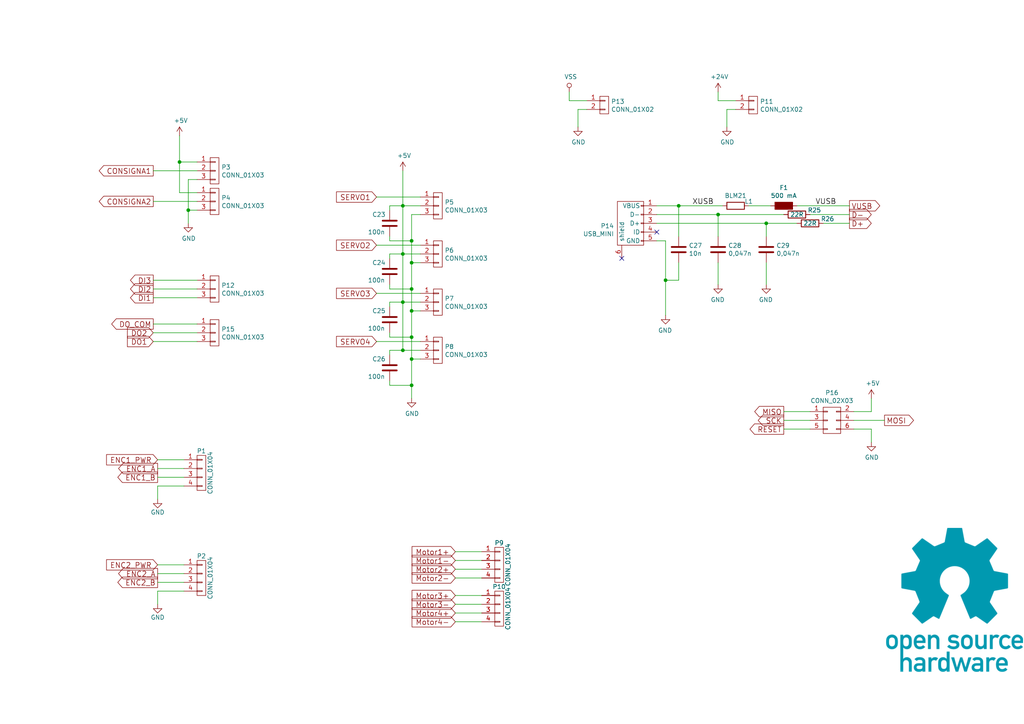
<source format=kicad_sch>
(kicad_sch (version 20231120) (generator "eeschema") (generator_version "8.0")
  (paper "A4")
  (title_block (title "Terminales de Entrada/Salida") (date "2016-08-18") (rev "V.0.1") (company "ATMEGA328-Motor-Board") (comment 2 "Creada por Antonio Morales") (comment 3 "Documentación en https://github.com/AntonioMR/ATMEGA328-Motor-Board") (comment 4 "ATMEGA328-Motor-Board"))
  (lib_symbols
    (symbol "ATMEGA328_Motor_Board-rescue:+24V" (power) (pin_names (offset 0))
      (property "Value" "+24V" (at 0 3.556 0))
      (symbol "+24V_0_1"
        (polyline (pts (xy -0.762 1.27) (xy 0 2.54)))
        (polyline (pts (xy 0 0) (xy 0 2.54)))
        (polyline (pts (xy 0 2.54) (xy 0.762 1.27)))
      )
      (symbol "+24V_1_1"
        (pin power_in line (at 0 0 90) (length 0) hide (name "+24V") (number "1"))
      )
    )
    (symbol "ATMEGA328_Motor_Board-rescue:+5V" (power) (pin_names (offset 0))
      (property "Value" "+5V" (at 0 3.556 0))
      (symbol "+5V_0_1"
        (polyline (pts (xy -0.762 1.27) (xy 0 2.54)))
        (polyline (pts (xy 0 0) (xy 0 2.54)))
        (polyline (pts (xy 0 2.54) (xy 0.762 1.27)))
      )
      (symbol "+5V_1_1"
        (pin power_in line (at 0 0 90) (length 0) hide (name "+5V") (number "1"))
      )
    )
    (symbol "ATMEGA328_Motor_Board-rescue:C" (pin_numbers hide) (pin_names (offset 0.254))
      (property "Reference" "C" (at 0.635 2.54 0))
      (property "Value" "C" (at 0.635 -2.54 0))
      (symbol "C_0_1"
        (polyline (pts (xy -2.032 -0.762) (xy 2.032 -0.762)) (stroke (width 0.508)))
        (polyline (pts (xy -2.032 0.762) (xy 2.032 0.762)) (stroke (width 0.508)))
      )
      (symbol "C_1_1"
        (pin passive line (at 0 3.81 270) (length 2.794) (name "~") (number "1"))
        (pin passive line (at 0 -3.81 90) (length 2.794) (name "~") (number "2"))
      )
    )
    (symbol "ATMEGA328_Motor_Board-rescue:CONN_01X02" (pin_names (offset 1.016) hide)
      (property "Reference" "P" (at 0 3.81 0))
      (property "Value" "CONN_01X02" (at 2.54 0 90))
      (symbol "CONN_01X02_0_1"
        (rectangle (start -1.27 -1.143) (end 0.254 -1.397))
        (rectangle (start -1.27 1.397) (end 0.254 1.143))
        (rectangle (start -1.27 2.54) (end 1.27 -2.54))
      )
      (symbol "CONN_01X02_1_1"
        (pin passive line (at -5.08 1.27 0) (length 3.81) (name "P1") (number "1"))
        (pin passive line (at -5.08 -1.27 0) (length 3.81) (name "P2") (number "2"))
      )
    )
    (symbol "ATMEGA328_Motor_Board-rescue:CONN_01X03" (pin_names (offset 1.016) hide)
      (property "Reference" "P" (at 0 5.08 0))
      (property "Value" "CONN_01X03" (at 2.54 0 90))
      (symbol "CONN_01X03_0_1"
        (rectangle (start -1.27 -2.413) (end 0.254 -2.667))
        (rectangle (start -1.27 0.127) (end 0.254 -0.127))
        (rectangle (start -1.27 2.667) (end 0.254 2.413))
        (rectangle (start -1.27 3.81) (end 1.27 -3.81))
      )
      (symbol "CONN_01X03_1_1"
        (pin passive line (at -5.08 2.54 0) (length 3.81) (name "P1") (number "1"))
        (pin passive line (at -5.08 0 0) (length 3.81) (name "P2") (number "2"))
        (pin passive line (at -5.08 -2.54 0) (length 3.81) (name "P3") (number "3"))
      )
    )
    (symbol "ATMEGA328_Motor_Board-rescue:CONN_01X04" (pin_names (offset 1.016) hide)
      (property "Reference" "P" (at 0 6.35 0))
      (property "Value" "CONN_01X04" (at 2.54 0 90))
      (symbol "CONN_01X04_0_1"
        (rectangle (start -1.27 -3.683) (end 0.254 -3.937))
        (rectangle (start -1.27 -1.143) (end 0.254 -1.397))
        (rectangle (start -1.27 1.397) (end 0.254 1.143))
        (rectangle (start -1.27 3.937) (end 0.254 3.683))
        (rectangle (start -1.27 5.08) (end 1.27 -5.08))
      )
      (symbol "CONN_01X04_1_1"
        (pin passive line (at -5.08 3.81 0) (length 3.81) (name "P1") (number "1"))
        (pin passive line (at -5.08 1.27 0) (length 3.81) (name "P2") (number "2"))
        (pin passive line (at -5.08 -1.27 0) (length 3.81) (name "P3") (number "3"))
        (pin passive line (at -5.08 -3.81 0) (length 3.81) (name "P4") (number "4"))
      )
    )
    (symbol "ATMEGA328_Motor_Board-rescue:CONN_02X03" (pin_names (offset 0.0254) hide)
      (property "Reference" "P" (at 0 5.08 0))
      (property "Value" "CONN_02X03" (at 0 -5.08 0))
      (symbol "CONN_02X03_0_1"
        (rectangle (start -2.54 -2.413) (end -1.27 -2.667))
        (rectangle (start -2.54 0.127) (end -1.27 -0.127))
        (rectangle (start -2.54 2.667) (end -1.27 2.413))
        (rectangle (start -2.54 3.81) (end 2.54 -3.81))
        (rectangle (start 1.27 -2.413) (end 2.54 -2.667))
        (rectangle (start 1.27 0.127) (end 2.54 -0.127))
        (rectangle (start 1.27 2.667) (end 2.54 2.413))
      )
      (symbol "CONN_02X03_1_1"
        (pin passive line (at -6.35 2.54 0) (length 3.81) (name "P1") (number "1"))
        (pin passive line (at 6.35 2.54 180) (length 3.81) (name "P2") (number "2"))
        (pin passive line (at -6.35 0 0) (length 3.81) (name "P3") (number "3"))
        (pin passive line (at 6.35 0 180) (length 3.81) (name "P4") (number "4"))
        (pin passive line (at -6.35 -2.54 0) (length 3.81) (name "P5") (number "5"))
        (pin passive line (at 6.35 -2.54 180) (length 3.81) (name "P6") (number "6"))
      )
    )
    (symbol "ATMEGA328_Motor_Board-rescue:F" (pin_numbers hide) (pin_names (offset 0))
      (property "Reference" "F" (at 2.032 0 90))
      (property "Value" "F" (at -2.032 0.254 90))
      (symbol "F_0_1"
        (rectangle (start -1.016 -2.54) (end 1.016 2.54) (stroke (width 0.254)) (fill (type outline)))
      )
      (symbol "F_1_1"
        (pin passive line (at 0 3.81 270) (length 1.27) (name "~") (number "1"))
        (pin passive line (at 0 -3.81 90) (length 1.27) (name "~") (number "2"))
      )
    )
    (symbol "ATMEGA328_Motor_Board-rescue:Ferrita" (pin_numbers hide) (pin_names (offset 0))
      (property "Reference" "L" (at 2.032 0 90))
      (property "Value" "Ferrita" (at -2.032 0.254 90))
      (symbol "Ferrita_0_1"
        (rectangle (start -1.016 -2.54) (end 1.016 2.54) (stroke (width 0.254)))
      )
      (symbol "Ferrita_1_1"
        (pin passive line (at 0 3.81 270) (length 1.27) (name "~") (number "1"))
        (pin passive line (at 0 -3.81 90) (length 1.27) (name "~") (number "2"))
      )
    )
    (symbol "ATMEGA328_Motor_Board-rescue:GND" (power) (pin_names (offset 0))
      (property "Value" "GND" (at 0 -3.81 0))
      (symbol "GND_0_1"
        (polyline (pts (xy 0 0) (xy 0 -1.27) (xy 1.27 -1.27) (xy 0 -2.54) (xy -1.27 -1.27) (xy 0 -1.27)))
      )
      (symbol "GND_1_1"
        (pin power_in line (at 0 0 270) (length 0) hide (name "GND") (number "1"))
      )
    )
    (symbol "ATMEGA328_Motor_Board-rescue:R" (pin_numbers hide) (pin_names (offset 0))
      (property "Reference" "R" (at 2.032 0 90))
      (property "Value" "R" (at 0 0 90))
      (symbol "R_0_1"
        (rectangle (start -1.016 -2.54) (end 1.016 2.54) (stroke (width 0.254)))
      )
      (symbol "R_1_1"
        (pin passive line (at 0 3.81 270) (length 1.27) (name "~") (number "1"))
        (pin passive line (at 0 -3.81 90) (length 1.27) (name "~") (number "2"))
      )
    )
    (symbol "ATMEGA328_Motor_Board-rescue:USB_MINI" (pin_names (offset 1.016))
      (property "Reference" "P" (at 8.255 -3.175 0))
      (property "Value" "USB_MINI" (at 0 5.08 0))
      (symbol "USB_MINI_0_1"
        (rectangle (start -6.35 -3.81) (end 6.35 3.81))
        (rectangle (start -5.207 -3.81) (end -4.953 -3.048))
        (rectangle (start -2.667 -3.81) (end -2.413 -3.048))
        (rectangle (start -0.127 -3.81) (end 0.127 -3.048))
        (rectangle (start 2.413 -3.81) (end 2.667 -3.048))
        (rectangle (start 4.953 -3.81) (end 5.207 -3.048))
      )
      (symbol "USB_MINI_1_1"
        (pin power_out line (at -5.08 -7.62 90) (length 3.81) (name "VBUS") (number "1"))
        (pin passive line (at -2.54 -7.62 90) (length 3.81) (name "D-") (number "2"))
        (pin passive line (at 0 -7.62 90) (length 3.81) (name "D+") (number "3"))
        (pin power_in line (at 2.54 -7.62 90) (length 3.81) (name "ID") (number "4"))
        (pin power_in line (at 5.08 -7.62 90) (length 3.81) (name "GND") (number "5"))
        (pin passive line (at 10.16 2.54 180) (length 3.81) (name "shield") (number "6"))
      )
    )
    (symbol "ATMEGA328_Motor_Board-rescue:VSS" (power) (pin_names (offset 0))
      (property "Value" "VSS" (at 0 3.81 0))
      (symbol "VSS_0_1"
        (polyline (pts (xy 0 0) (xy 0 1.27)))
        (circle (center 0 1.905) (radius 0.635))
      )
      (symbol "VSS_1_1"
        (pin power_in line (at 0 0 90) (length 0) hide (name "VSS") (number "1"))
      )
    )
  )
  (junction (at 119.38 69.85))
  (junction (at 119.38 97.79))
  (junction (at 119.38 90.17))
  (junction (at 116.84 87.63))
  (junction (at 222.25 64.77))
  (junction (at 208.28 62.23))
  (junction (at 119.38 104.14))
  (junction (at 119.38 76.2))
  (junction (at 119.38 83.82))
  (junction (at 116.84 101.6))
  (junction (at 54.61 60.96))
  (junction (at 116.84 59.69))
  (junction (at 116.84 73.66))
  (junction (at 52.07 46.99))
  (junction (at 193.04 81.28))
  (junction (at 196.85 59.69))
  (junction (at 119.38 111.76))
  (no_connect (at 180.34 74.93))
  (no_connect (at 190.5 67.31))
  (wire (pts (xy 222.25 76.2) (xy 222.25 82.55)))
  (wire (pts (xy 54.61 60.96) (xy 54.61 64.77)))
  (wire (pts (xy 213.36 29.21) (xy 208.28 29.21)))
  (wire (pts (xy 113.03 88.9) (xy 113.03 87.63)))
  (wire (pts (xy 119.38 90.17) (xy 121.92 90.17)))
  (wire (pts (xy 57.15 96.52) (xy 44.45 96.52)))
  (wire (pts (xy 119.38 111.76) (xy 119.38 115.57)))
  (wire (pts (xy 213.36 31.75) (xy 210.82 31.75)))
  (wire (pts (xy 234.95 62.23) (xy 246.38 62.23)))
  (wire (pts (xy 52.07 46.99) (xy 52.07 55.88)))
  (wire (pts (xy 57.15 93.98) (xy 44.45 93.98)))
  (wire (pts (xy 208.28 82.55) (xy 208.28 76.2)))
  (wire (pts (xy 57.15 49.53) (xy 44.45 49.53)))
  (wire (pts (xy 196.85 59.69) (xy 209.55 59.69)))
  (wire (pts (xy 45.72 140.97) (xy 45.72 144.78)))
  (wire (pts (xy 116.84 59.69) (xy 116.84 73.66)))
  (wire (pts (xy 170.18 29.21) (xy 165.1 29.21)))
  (wire (pts (xy 45.72 166.37) (xy 53.34 166.37)))
  (wire (pts (xy 113.03 68.58) (xy 113.03 69.85)))
  (wire (pts (xy 223.52 59.69) (xy 217.17 59.69)))
  (wire (pts (xy 116.84 73.66) (xy 116.84 87.63)))
  (wire (pts (xy 196.85 81.28) (xy 193.04 81.28)))
  (wire (pts (xy 113.03 97.79) (xy 119.38 97.79)))
  (wire (pts (xy 113.03 102.87) (xy 113.03 101.6)))
  (wire (pts (xy 113.03 101.6) (xy 116.84 101.6)))
  (wire (pts (xy 44.45 99.06) (xy 57.15 99.06)))
  (wire (pts (xy 57.15 52.07) (xy 54.61 52.07)))
  (wire (pts (xy 121.92 99.06) (xy 109.22 99.06)))
  (wire (pts (xy 119.38 83.82) (xy 119.38 90.17)))
  (wire (pts (xy 109.22 71.12) (xy 121.92 71.12)))
  (wire (pts (xy 116.84 87.63) (xy 116.84 101.6)))
  (wire (pts (xy 119.38 104.14) (xy 119.38 111.76)))
  (wire (pts (xy 190.5 69.85) (xy 193.04 69.85)))
  (wire (pts (xy 208.28 62.23) (xy 227.33 62.23)))
  (wire (pts (xy 119.38 97.79) (xy 119.38 104.14)))
  (wire (pts (xy 247.65 119.38) (xy 252.73 119.38)))
  (wire (pts (xy 57.15 46.99) (xy 52.07 46.99)))
  (wire (pts (xy 252.73 119.38) (xy 252.73 115.57)))
  (wire (pts (xy 170.18 31.75) (xy 167.64 31.75)))
  (wire (pts (xy 121.92 104.14) (xy 119.38 104.14)))
  (wire (pts (xy 44.45 86.36) (xy 57.15 86.36)))
  (wire (pts (xy 231.14 59.69) (xy 246.38 59.69)))
  (wire (pts (xy 190.5 62.23) (xy 208.28 62.23)))
  (wire (pts (xy 132.08 172.72) (xy 139.7 172.72)))
  (wire (pts (xy 222.25 68.58) (xy 222.25 64.77)))
  (wire (pts (xy 193.04 81.28) (xy 193.04 91.44)))
  (wire (pts (xy 132.08 165.1) (xy 139.7 165.1)))
  (wire (pts (xy 45.72 168.91) (xy 53.34 168.91)))
  (wire (pts (xy 113.03 82.55) (xy 113.03 83.82)))
  (wire (pts (xy 53.34 133.35) (xy 45.72 133.35)))
  (wire (pts (xy 113.03 87.63) (xy 116.84 87.63)))
  (wire (pts (xy 193.04 69.85) (xy 193.04 81.28)))
  (wire (pts (xy 119.38 76.2) (xy 119.38 83.82)))
  (wire (pts (xy 252.73 124.46) (xy 252.73 128.27)))
  (wire (pts (xy 210.82 31.75) (xy 210.82 36.83)))
  (wire (pts (xy 247.65 121.92) (xy 256.54 121.92)))
  (wire (pts (xy 119.38 69.85) (xy 119.38 76.2)))
  (wire (pts (xy 57.15 60.96) (xy 54.61 60.96)))
  (wire (pts (xy 190.5 64.77) (xy 222.25 64.77)))
  (wire (pts (xy 116.84 59.69) (xy 121.92 59.69)))
  (wire (pts (xy 246.38 64.77) (xy 238.76 64.77)))
  (wire (pts (xy 167.64 31.75) (xy 167.64 36.83)))
  (wire (pts (xy 208.28 62.23) (xy 208.28 68.58)))
  (wire (pts (xy 113.03 73.66) (xy 116.84 73.66)))
  (wire (pts (xy 222.25 64.77) (xy 231.14 64.77)))
  (wire (pts (xy 121.92 76.2) (xy 119.38 76.2)))
  (wire (pts (xy 132.08 180.34) (xy 139.7 180.34)))
  (wire (pts (xy 196.85 76.2) (xy 196.85 81.28)))
  (wire (pts (xy 44.45 58.42) (xy 57.15 58.42)))
  (wire (pts (xy 196.85 59.69) (xy 196.85 68.58)))
  (wire (pts (xy 113.03 59.69) (xy 116.84 59.69)))
  (wire (pts (xy 113.03 96.52) (xy 113.03 97.79)))
  (wire (pts (xy 54.61 52.07) (xy 54.61 60.96)))
  (wire (pts (xy 132.08 175.26) (xy 139.7 175.26)))
  (wire (pts (xy 190.5 59.69) (xy 196.85 59.69)))
  (wire (pts (xy 52.07 55.88) (xy 57.15 55.88)))
  (wire (pts (xy 113.03 74.93) (xy 113.03 73.66)))
  (wire (pts (xy 165.1 29.21) (xy 165.1 26.67)))
  (wire (pts (xy 119.38 62.23) (xy 119.38 69.85)))
  (wire (pts (xy 45.72 135.89) (xy 53.34 135.89)))
  (wire (pts (xy 52.07 39.37) (xy 52.07 46.99)))
  (wire (pts (xy 139.7 160.02) (xy 132.08 160.02)))
  (wire (pts (xy 132.08 177.8) (xy 139.7 177.8)))
  (wire (pts (xy 234.95 119.38) (xy 227.33 119.38)))
  (wire (pts (xy 116.84 49.53) (xy 116.84 59.69)))
  (wire (pts (xy 119.38 90.17) (xy 119.38 97.79)))
  (wire (pts (xy 45.72 171.45) (xy 45.72 175.26)))
  (wire (pts (xy 45.72 140.97) (xy 53.34 140.97)))
  (wire (pts (xy 234.95 121.92) (xy 227.33 121.92)))
  (wire (pts (xy 44.45 81.28) (xy 57.15 81.28)))
  (wire (pts (xy 109.22 85.09) (xy 121.92 85.09)))
  (wire (pts (xy 208.28 29.21) (xy 208.28 26.67)))
  (wire (pts (xy 45.72 138.43) (xy 53.34 138.43)))
  (wire (pts (xy 116.84 73.66) (xy 121.92 73.66)))
  (wire (pts (xy 113.03 69.85) (xy 119.38 69.85)))
  (wire (pts (xy 247.65 124.46) (xy 252.73 124.46)))
  (wire (pts (xy 109.22 57.15) (xy 121.92 57.15)))
  (wire (pts (xy 113.03 110.49) (xy 113.03 111.76)))
  (wire (pts (xy 53.34 163.83) (xy 45.72 163.83)))
  (wire (pts (xy 113.03 83.82) (xy 119.38 83.82)))
  (wire (pts (xy 234.95 124.46) (xy 227.33 124.46)))
  (wire (pts (xy 116.84 101.6) (xy 121.92 101.6)))
  (wire (pts (xy 57.15 83.82) (xy 44.45 83.82)))
  (wire (pts (xy 132.08 167.64) (xy 139.7 167.64)))
  (wire (pts (xy 113.03 111.76) (xy 119.38 111.76)))
  (wire (pts (xy 119.38 62.23) (xy 121.92 62.23)))
  (wire (pts (xy 132.08 162.56) (xy 139.7 162.56)))
  (wire (pts (xy 116.84 87.63) (xy 121.92 87.63)))
  (wire (pts (xy 45.72 171.45) (xy 53.34 171.45)))
  (wire (pts (xy 113.03 60.96) (xy 113.03 59.69)))
  (image (at 276.86 173.99) (scale 1.32))
  (label "XUSB" (at 207.01 59.69 180) (effects (font (size 1.524 1.524))))
  (label "VUSB" (at 242.57 59.69 180) (effects (font (size 1.524 1.524))))
  (global_label "ENC1_A" (shape output) (at 45.72 135.89 180) (effects (font (size 1.524 1.524))) (property "Intersheetrefs" "${INTERSHEET_REFS}" (effects (hide yes))))
  (global_label "Motor2+" (shape input) (at 132.08 165.1 180) (effects (font (size 1.524 1.524))) (property "Intersheetrefs" "${INTERSHEET_REFS}" (effects (hide yes))))
  (global_label "DO2" (shape input) (at 44.45 96.52 180) (effects (font (size 1.524 1.524))) (property "Intersheetrefs" "${INTERSHEET_REFS}" (effects (hide yes))))
  (global_label "D+" (shape output) (at 246.38 64.77 0) (effects (font (size 1.524 1.524))) (property "Intersheetrefs" "${INTERSHEET_REFS}" (effects (hide yes))))
  (global_label "Motor1-" (shape input) (at 132.08 162.56 180) (effects (font (size 1.524 1.524))) (property "Intersheetrefs" "${INTERSHEET_REFS}" (effects (hide yes))))
  (global_label "DI1" (shape output) (at 44.45 86.36 180) (effects (font (size 1.524 1.524))) (property "Intersheetrefs" "${INTERSHEET_REFS}" (effects (hide yes))))
  (global_label "SERVO1" (shape input) (at 109.22 57.15 180) (effects (font (size 1.524 1.524))) (property "Intersheetrefs" "${INTERSHEET_REFS}" (effects (hide yes))))
  (global_label "SERVO2" (shape input) (at 109.22 71.12 180) (effects (font (size 1.524 1.524))) (property "Intersheetrefs" "${INTERSHEET_REFS}" (effects (hide yes))))
  (global_label "RESET" (shape output) (at 227.33 124.46 180) (effects (font (size 1.524 1.524))) (property "Intersheetrefs" "${INTERSHEET_REFS}" (effects (hide yes))))
  (global_label "DO_COM" (shape output) (at 44.45 93.98 180) (effects (font (size 1.524 1.524))) (property "Intersheetrefs" "${INTERSHEET_REFS}" (effects (hide yes))))
  (global_label "VUSB" (shape output) (at 246.38 59.69 0) (effects (font (size 1.524 1.524))) (property "Intersheetrefs" "${INTERSHEET_REFS}" (effects (hide yes))))
  (global_label "Motor3+" (shape input) (at 132.08 172.72 180) (effects (font (size 1.524 1.524))) (property "Intersheetrefs" "${INTERSHEET_REFS}" (effects (hide yes))))
  (global_label "Motor2-" (shape input) (at 132.08 167.64 180) (effects (font (size 1.524 1.524))) (property "Intersheetrefs" "${INTERSHEET_REFS}" (effects (hide yes))))
  (global_label "CONSIGNA2" (shape output) (at 44.45 58.42 180) (effects (font (size 1.524 1.524))) (property "Intersheetrefs" "${INTERSHEET_REFS}" (effects (hide yes))))
  (global_label "ENC2_A" (shape output) (at 45.72 166.37 180) (effects (font (size 1.524 1.524))) (property "Intersheetrefs" "${INTERSHEET_REFS}" (effects (hide yes))))
  (global_label "DI3" (shape output) (at 44.45 81.28 180) (effects (font (size 1.524 1.524))) (property "Intersheetrefs" "${INTERSHEET_REFS}" (effects (hide yes))))
  (global_label "SCK" (shape output) (at 227.33 121.92 180) (effects (font (size 1.524 1.524))) (property "Intersheetrefs" "${INTERSHEET_REFS}" (effects (hide yes))))
  (global_label "SERVO4" (shape input) (at 109.22 99.06 180) (effects (font (size 1.524 1.524))) (property "Intersheetrefs" "${INTERSHEET_REFS}" (effects (hide yes))))
  (global_label "ENC1_B" (shape output) (at 45.72 138.43 180) (effects (font (size 1.524 1.524))) (property "Intersheetrefs" "${INTERSHEET_REFS}" (effects (hide yes))))
  (global_label "Motor4+" (shape input) (at 132.08 177.8 180) (effects (font (size 1.524 1.524))) (property "Intersheetrefs" "${INTERSHEET_REFS}" (effects (hide yes))))
  (global_label "MOSI" (shape output) (at 256.54 121.92 0) (effects (font (size 1.524 1.524))) (property "Intersheetrefs" "${INTERSHEET_REFS}" (effects (hide yes))))
  (global_label "Motor1+" (shape input) (at 132.08 160.02 180) (effects (font (size 1.524 1.524))) (property "Intersheetrefs" "${INTERSHEET_REFS}" (effects (hide yes))))
  (global_label "DI2" (shape output) (at 44.45 83.82 180) (effects (font (size 1.524 1.524))) (property "Intersheetrefs" "${INTERSHEET_REFS}" (effects (hide yes))))
  (global_label "D-" (shape output) (at 246.38 62.23 0) (effects (font (size 1.524 1.524))) (property "Intersheetrefs" "${INTERSHEET_REFS}" (effects (hide yes))))
  (global_label "ENC1_PWR" (shape input) (at 45.72 133.35 180) (effects (font (size 1.524 1.524))) (property "Intersheetrefs" "${INTERSHEET_REFS}" (effects (hide yes))))
  (global_label "ENC2_B" (shape output) (at 45.72 168.91 180) (effects (font (size 1.524 1.524))) (property "Intersheetrefs" "${INTERSHEET_REFS}" (effects (hide yes))))
  (global_label "DO1" (shape input) (at 44.45 99.06 180) (effects (font (size 1.524 1.524))) (property "Intersheetrefs" "${INTERSHEET_REFS}" (effects (hide yes))))
  (global_label "CONSIGNA1" (shape output) (at 44.45 49.53 180) (effects (font (size 1.524 1.524))) (property "Intersheetrefs" "${INTERSHEET_REFS}" (effects (hide yes))))
  (global_label "Motor4-" (shape input) (at 132.08 180.34 180) (effects (font (size 1.524 1.524))) (property "Intersheetrefs" "${INTERSHEET_REFS}" (effects (hide yes))))
  (global_label "Motor3-" (shape input) (at 132.08 175.26 180) (effects (font (size 1.524 1.524))) (property "Intersheetrefs" "${INTERSHEET_REFS}" (effects (hide yes))))
  (global_label "SERVO3" (shape input) (at 109.22 85.09 180) (effects (font (size 1.524 1.524))) (property "Intersheetrefs" "${INTERSHEET_REFS}" (effects (hide yes))))
  (global_label "MISO" (shape output) (at 227.33 119.38 180) (effects (font (size 1.524 1.524))) (property "Intersheetrefs" "${INTERSHEET_REFS}" (effects (hide yes))))
  (global_label "ENC2_PWR" (shape input) (at 45.72 163.83 180) (effects (font (size 1.524 1.524))) (property "Intersheetrefs" "${INTERSHEET_REFS}" (effects (hide yes))))
  (symbol (lib_id "ATMEGA328_Motor_Board-rescue:CONN_02X03") (at 241.3 121.92 0) (unit 1)
    (property "Reference" "P16" (at 241.3 113.919 0))
    (property "Value" "CONN_02X03" (at 241.3 116.2304 0))
    (property "Footprint" "Pin_Headers:Pin_Header_Straight_2x03" (effects (hide yes)))
  )
  (symbol (lib_id "ATMEGA328_Motor_Board-rescue:GND") (at 252.73 128.27 0) (unit 1)
    (property "Reference" "#PWR052" (effects (hide yes)))
    (property "Value" "GND" (at 252.857 132.6642 0))
  )
  (symbol (lib_id "ATMEGA328_Motor_Board-rescue:+5V") (at 252.73 115.57 0) (unit 1)
    (property "Reference" "#PWR053" (effects (hide yes)))
    (property "Value" "+5V" (at 253.111 111.1758 0))
  )
  (symbol (lib_id "ATMEGA328_Motor_Board-rescue:USB_MINI") (at 182.88 64.77 90) (mirror x) (unit 1)
    (property "Reference" "P14" (at 178.1048 65.532 90) (effects (justify left)))
    (property "Value" "USB_MINI" (at 178.1048 67.8434 90) (effects (justify left)))
    (property "Footprint" "Conectores:usb_mini_molex_675031020" (effects (hide yes)))
  )
  (symbol (lib_id "ATMEGA328_Motor_Board-rescue:GND") (at 193.04 91.44 0) (mirror y) (unit 1)
    (property "Reference" "#PWR054" (effects (hide yes)))
    (property "Value" "GND" (at 192.913 95.8342 0))
  )
  (symbol (lib_id "ATMEGA328_Motor_Board-rescue:CONN_01X03") (at 62.23 49.53 0) (unit 1)
    (property "Reference" "P3" (at 64.2112 48.4886 0) (effects (justify left)))
    (property "Value" "CONN_01X03" (at 64.2112 50.8 0) (effects (justify left)))
    (property "Footprint" "PhoenixContact:PhoenixContact_MPT_0,5_3-2,54" (effects (hide yes)))
    (property "Fabricante" "phoenix contact" (effects (hide yes)))
    (property "Ref" "1803280 + 1803581" (effects (hide yes)))
    (property "Provedor" "tme" (effects (hide yes)))
    (property "Ref_Proveedor" "MC1.5/3-G-3.81" (effects (hide yes)))
  )
  (symbol (lib_id "ATMEGA328_Motor_Board-rescue:CONN_01X03") (at 62.23 58.42 0) (unit 1)
    (property "Reference" "P4" (at 64.2112 57.3786 0) (effects (justify left)))
    (property "Value" "CONN_01X03" (at 64.2112 59.69 0) (effects (justify left)))
    (property "Footprint" "PhoenixContact:PhoenixContact_MPT_0,5_3-2,54" (effects (hide yes)))
    (property "Fabricante" "phoenix contact" (effects (hide yes)))
    (property "Ref" "1803280 + 1803581" (effects (hide yes)))
    (property "Provedor" "tme" (effects (hide yes)))
    (property "Ref_Proveedor" "MC1.5/3-G-3.81" (effects (hide yes)))
  )
  (symbol (lib_id "ATMEGA328_Motor_Board-rescue:CONN_01X03") (at 127 59.69 0) (unit 1)
    (property "Reference" "P5" (at 128.9812 58.6486 0) (effects (justify left)))
    (property "Value" "CONN_01X03" (at 128.9812 60.96 0) (effects (justify left)))
    (property "Footprint" "Pin_Headers:Pin_Header_Straight_1x03" (effects (hide yes)))
  )
  (symbol (lib_id "ATMEGA328_Motor_Board-rescue:CONN_01X03") (at 127 73.66 0) (unit 1)
    (property "Reference" "P6" (at 128.9812 72.6186 0) (effects (justify left)))
    (property "Value" "CONN_01X03" (at 128.9812 74.93 0) (effects (justify left)))
    (property "Footprint" "Pin_Headers:Pin_Header_Straight_1x03" (effects (hide yes)))
  )
  (symbol (lib_id "ATMEGA328_Motor_Board-rescue:GND") (at 54.61 64.77 0) (unit 1)
    (property "Reference" "#PWR055" (effects (hide yes)))
    (property "Value" "GND" (at 54.737 69.1642 0))
  )
  (symbol (lib_id "ATMEGA328_Motor_Board-rescue:+5V") (at 52.07 39.37 0) (unit 1)
    (property "Reference" "#PWR056" (effects (hide yes)))
    (property "Value" "+5V" (at 52.451 34.9758 0))
  )
  (symbol (lib_id "ATMEGA328_Motor_Board-rescue:CONN_01X02") (at 175.26 30.48 0) (unit 1)
    (property "Reference" "P13" (at 177.2412 29.4386 0) (effects (justify left)))
    (property "Value" "CONN_01X02" (at 177.2412 31.75 0) (effects (justify left)))
    (property "Footprint" "PhoenixContact:PhoenixContact_mkdsn_2_5.08" (effects (hide yes)))
    (property "Fabricante" "phoenix contact" (effects (hide yes)))
    (property "Ref" "1803277 + 1803578" (effects (hide yes)))
    (property "Provedor" "tme" (effects (hide yes)))
    (property "Ref_Proveedor" "MC1.5/2-G-3.81" (effects (hide yes)))
  )
  (symbol (lib_id "ATMEGA328_Motor_Board-rescue:GND") (at 167.64 36.83 0) (unit 1)
    (property "Reference" "#PWR057" (effects (hide yes)))
    (property "Value" "GND" (at 167.767 41.2242 0))
  )
  (symbol (lib_id "ATMEGA328_Motor_Board-rescue:CONN_01X04") (at 58.42 137.16 0) (unit 1)
    (property "Reference" "P1" (at 58.42 130.81 0))
    (property "Value" "CONN_01X04" (at 60.96 137.16 90))
    (property "Footprint" "PhoenixContact:PhoenixContact_MPT_0,5_4-2,54" (effects (hide yes)))
    (property "Fabricante" "phoenix contact" (effects (hide yes)))
    (property "Ref" "1803293 + 1803594" (effects (hide yes)))
    (property "Provedor" "rs" (effects (hide yes)))
    (property "Ref_Proveedor" "649-0128" (effects (hide yes)))
  )
  (symbol (lib_id "ATMEGA328_Motor_Board-rescue:GND") (at 45.72 144.78 0) (unit 1)
    (property "Reference" "#PWR058" (effects (hide yes)))
    (property "Value" "GND" (at 45.72 148.59 0))
  )
  (symbol (lib_id "ATMEGA328_Motor_Board-rescue:CONN_01X04") (at 58.42 167.64 0) (unit 1)
    (property "Reference" "P2" (at 58.42 161.29 0))
    (property "Value" "CONN_01X04" (at 60.96 167.64 90))
    (property "Footprint" "PhoenixContact:PhoenixContact_MPT_0,5_4-2,54" (effects (hide yes)))
    (property "Fabricante" "phoenix contact" (effects (hide yes)))
    (property "Ref" "1803293 + 1803594" (effects (hide yes)))
    (property "Provedor" "rs" (effects (hide yes)))
    (property "Ref_Proveedor" "649-0128" (effects (hide yes)))
  )
  (symbol (lib_id "ATMEGA328_Motor_Board-rescue:GND") (at 45.72 175.26 0) (unit 1)
    (property "Reference" "#PWR059" (effects (hide yes)))
    (property "Value" "GND" (at 45.72 179.07 0))
  )
  (symbol (lib_id "ATMEGA328_Motor_Board-rescue:F") (at 227.33 59.69 90) (mirror x) (unit 1)
    (property "Reference" "F1" (at 227.33 54.4322 90))
    (property "Value" "500 mA" (at 227.33 56.7436 90))
    (property "Footprint" "Resistencias:R_1812" (effects (hide yes)))
    (property "Fabricante" "ece" (effects (hide yes)))
    (property "Ref" "SD050-16" (effects (hide yes)))
    (property "Provedor" "tme" (effects (hide yes)))
    (property "Ref_Proveedor" "SD050-16" (effects (hide yes)))
  )
  (symbol (lib_id "ATMEGA328_Motor_Board-rescue:R") (at 231.14 62.23 270) (unit 1)
    (property "Reference" "R25" (at 236.22 60.96 90))
    (property "Value" "22R" (at 231.14 62.23 90))
    (property "Footprint" "Resistors_SMD:R_0805" (effects (hide yes)))
    (property "Fabricante" "VISHAY" (effects (hide yes)))
    (property "Ref" "CRCW080522R0FKEA" (effects (hide yes)))
    (property "Provedor" "tme" (effects (hide yes)))
    (property "Ref_Proveedor" "CRCW080522R0FKEA" (effects (hide yes)))
  )
  (symbol (lib_id "ATMEGA328_Motor_Board-rescue:R") (at 234.95 64.77 270) (unit 1)
    (property "Reference" "R26" (at 240.03 63.5 90))
    (property "Value" "22R" (at 234.95 64.77 90))
    (property "Footprint" "Resistors_SMD:R_0805" (effects (hide yes)))
    (property "Fabricante" "VISHAY" (effects (hide yes)))
    (property "Ref" "CRCW080522R0FKEA" (effects (hide yes)))
    (property "Provedor" "tme" (effects (hide yes)))
    (property "Ref_Proveedor" "CRCW080522R0FKEA" (effects (hide yes)))
  )
  (symbol (lib_id "ATMEGA328_Motor_Board-rescue:Ferrita") (at 213.36 59.69 270) (unit 1)
    (property "Reference" "L1" (at 217.17 58.42 90))
    (property "Value" "BLM21" (at 213.36 56.7436 90))
    (property "Footprint" "Capacitors_SMD:C_0805" (effects (hide yes)))
    (property "Fabricante" "Murata" (effects (hide yes)))
    (property "Ref" "BLM21PG300SN1D" (effects (hide yes)))
    (property "Provedor" "tme" (effects (hide yes)))
    (property "Ref_Proveedor" "BLM21PG300SN1D" (effects (hide yes)))
  )
  (symbol (lib_id "ATMEGA328_Motor_Board-rescue:C") (at 208.28 72.39 0) (unit 1)
    (property "Reference" "C28" (at 211.201 71.2216 0) (effects (justify left)))
    (property "Value" "0,047n" (at 211.201 73.533 0) (effects (justify left)))
    (property "Footprint" "Capacitors_SMD:C_0805" (effects (hide yes)))
    (property "Fabricante" "SAMSUNG" (effects (hide yes)))
    (property "Ref" "CL21C470JBANNNC" (effects (hide yes)))
    (property "Provedor" "tme" (effects (hide yes)))
    (property "Ref_Proveedor" "CL21C470JBANNNC" (effects (hide yes)))
  )
  (symbol (lib_id "ATMEGA328_Motor_Board-rescue:C") (at 222.25 72.39 0) (unit 1)
    (property "Reference" "C29" (at 225.171 71.2216 0) (effects (justify left)))
    (property "Value" "0,047n" (at 225.171 73.533 0) (effects (justify left)))
    (property "Footprint" "Capacitors_SMD:C_0805" (effects (hide yes)))
    (property "Ref" "CL21C470JBANNNC" (effects (hide yes)))
    (property "Provedor" "tme" (effects (hide yes)))
    (property "Ref_Proveedor" "CL21C470JBANNNC" (effects (hide yes)))
  )
  (symbol (lib_id "ATMEGA328_Motor_Board-rescue:GND") (at 208.28 82.55 0) (mirror y) (unit 1)
    (property "Reference" "#PWR060" (effects (hide yes)))
    (property "Value" "GND" (at 208.153 86.9442 0))
  )
  (symbol (lib_id "ATMEGA328_Motor_Board-rescue:GND") (at 222.25 82.55 0) (mirror y) (unit 1)
    (property "Reference" "#PWR061" (effects (hide yes)))
    (property "Value" "GND" (at 222.123 86.9442 0))
  )
  (symbol (lib_id "ATMEGA328_Motor_Board-rescue:C") (at 196.85 72.39 0) (unit 1)
    (property "Reference" "C27" (at 199.771 71.2216 0) (effects (justify left)))
    (property "Value" "10n" (at 199.771 73.533 0) (effects (justify left)))
    (property "Footprint" "Capacitors_SMD:C_0805" (effects (hide yes)))
    (property "Fabricante" "SAMSUNG" (effects (hide yes)))
    (property "Ref" "CL21B103JBANNNC" (effects (hide yes)))
    (property "Provedor" "tme" (effects (hide yes)))
    (property "Ref_Proveedor" "CL21B103JBANNNC" (effects (hide yes)))
  )
  (symbol (lib_id "ATMEGA328_Motor_Board-rescue:VSS") (at 165.1 26.67 0) (unit 1)
    (property "Reference" "#PWR064" (effects (hide yes)))
    (property "Value" "VSS" (at 165.5318 22.2758 0))
  )
  (symbol (lib_id "ATMEGA328_Motor_Board-rescue:GND") (at 210.82 36.83 0) (unit 1)
    (property "Reference" "#PWR065" (effects (hide yes)))
    (property "Value" "GND" (at 210.947 41.2242 0))
  )
  (symbol (lib_id "ATMEGA328_Motor_Board-rescue:+24V") (at 208.28 26.67 0) (unit 1)
    (property "Reference" "#PWR066" (effects (hide yes)))
    (property "Value" "+24V" (at 208.661 22.2758 0))
  )
  (symbol (lib_id "ATMEGA328_Motor_Board-rescue:CONN_01X03") (at 127 87.63 0) (unit 1)
    (property "Reference" "P7" (at 128.9812 86.5886 0) (effects (justify left)))
    (property "Value" "CONN_01X03" (at 128.9812 88.9 0) (effects (justify left)))
    (property "Footprint" "Pin_Headers:Pin_Header_Straight_1x03" (effects (hide yes)))
  )
  (symbol (lib_id "ATMEGA328_Motor_Board-rescue:CONN_01X03") (at 127 101.6 0) (unit 1)
    (property "Reference" "P8" (at 128.9812 100.5586 0) (effects (justify left)))
    (property "Value" "CONN_01X03" (at 128.9812 102.87 0) (effects (justify left)))
    (property "Footprint" "Pin_Headers:Pin_Header_Straight_1x03" (effects (hide yes)))
  )
  (symbol (lib_id "ATMEGA328_Motor_Board-rescue:+5V") (at 116.84 49.53 0) (unit 1)
    (property "Reference" "#PWR062" (effects (hide yes)))
    (property "Value" "+5V" (at 117.221 45.1358 0))
  )
  (symbol (lib_id "ATMEGA328_Motor_Board-rescue:GND") (at 119.38 115.57 0) (unit 1)
    (property "Reference" "#PWR063" (effects (hide yes)))
    (property "Value" "GND" (at 119.507 119.9642 0))
  )
  (symbol (lib_id "ATMEGA328_Motor_Board-rescue:C") (at 113.03 64.77 0) (unit 1)
    (property "Reference" "C23" (at 107.95 62.23 0) (effects (justify left)))
    (property "Value" "100n" (at 106.68 67.31 0) (effects (justify left)))
    (property "Footprint" "Capacitors_SMD:C_0805" (effects (hide yes)))
  )
  (symbol (lib_id "ATMEGA328_Motor_Board-rescue:C") (at 113.03 78.74 0) (unit 1)
    (property "Reference" "C24" (at 107.95 76.2 0) (effects (justify left)))
    (property "Value" "100n" (at 106.68 81.28 0) (effects (justify left)))
    (property "Footprint" "Capacitors_SMD:C_0805" (effects (hide yes)))
  )
  (symbol (lib_id "ATMEGA328_Motor_Board-rescue:C") (at 113.03 92.71 0) (unit 1)
    (property "Reference" "C25" (at 107.95 90.17 0) (effects (justify left)))
    (property "Value" "100n" (at 106.68 95.25 0) (effects (justify left)))
    (property "Footprint" "Capacitors_SMD:C_0805" (effects (hide yes)))
  )
  (symbol (lib_id "ATMEGA328_Motor_Board-rescue:C") (at 113.03 106.68 0) (unit 1)
    (property "Reference" "C26" (at 107.95 104.14 0) (effects (justify left)))
    (property "Value" "100n" (at 106.68 109.22 0) (effects (justify left)))
    (property "Footprint" "Capacitors_SMD:C_0805" (effects (hide yes)))
  )
  (symbol (lib_id "ATMEGA328_Motor_Board-rescue:CONN_01X04") (at 144.78 163.83 0) (unit 1)
    (property "Reference" "P9" (at 144.78 157.48 0))
    (property "Value" "CONN_01X04" (at 147.32 163.83 90))
    (property "Footprint" "PhoenixContact:PhoenixContact_mkdsn_4_5.08" (effects (hide yes)))
    (property "Fabricante" "phoenix contact" (effects (hide yes)))
    (property "Ref" "1803293 + 1803594" (effects (hide yes)))
    (property "Provedor" "rs" (effects (hide yes)))
    (property "Ref_Proveedor" "649-0128" (effects (hide yes)))
  )
  (symbol (lib_id "ATMEGA328_Motor_Board-rescue:CONN_01X04") (at 144.78 176.53 0) (unit 1)
    (property "Reference" "P10" (at 144.78 170.18 0))
    (property "Value" "CONN_01X04" (at 147.32 176.53 90))
    (property "Footprint" "PhoenixContact:PhoenixContact_mkdsn_4_5.08" (effects (hide yes)))
    (property "Fabricante" "phoenix contact" (effects (hide yes)))
    (property "Ref" "1803293 + 1803594" (effects (hide yes)))
    (property "Provedor" "rs" (effects (hide yes)))
    (property "Ref_Proveedor" "649-0128" (effects (hide yes)))
  )
  (symbol (lib_id "ATMEGA328_Motor_Board-rescue:CONN_01X02") (at 218.44 30.48 0) (unit 1)
    (property "Reference" "P11" (at 220.4212 29.4386 0) (effects (justify left)))
    (property "Value" "CONN_01X02" (at 220.4212 31.75 0) (effects (justify left)))
    (property "Footprint" "PhoenixContact:PhoenixContact_mkdsn_2_5.08" (effects (hide yes)))
    (property "Fabricante" "phoenix contact" (effects (hide yes)))
    (property "Ref" "1803277 + 1803578" (effects (hide yes)))
    (property "Provedor" "tme" (effects (hide yes)))
    (property "Ref_Proveedor" "MC1.5/2-G-3.81" (effects (hide yes)))
  )
  (symbol (lib_id "ATMEGA328_Motor_Board-rescue:CONN_01X03") (at 62.23 83.82 0) (unit 1)
    (property "Reference" "P12" (at 64.2112 82.7786 0) (effects (justify left)))
    (property "Value" "CONN_01X03" (at 64.2112 85.09 0) (effects (justify left)))
    (property "Footprint" "PhoenixContact:PhoenixContact_MPT_0,5_3-2,54" (effects (hide yes)))
    (property "Fabricante" "phoenix contact" (effects (hide yes)))
    (property "Ref" "1803280 + 1803581" (effects (hide yes)))
    (property "Provedor" "tme" (effects (hide yes)))
    (property "Ref_Proveedor" "MC1.5/3-G-3.81" (effects (hide yes)))
  )
  (symbol (lib_id "ATMEGA328_Motor_Board-rescue:CONN_01X03") (at 62.23 96.52 0) (unit 1)
    (property "Reference" "P15" (at 64.2112 95.4786 0) (effects (justify left)))
    (property "Value" "CONN_01X03" (at 64.2112 97.79 0) (effects (justify left)))
    (property "Footprint" "PhoenixContact:PhoenixContact_MPT_0,5_3-2,54" (effects (hide yes)))
    (property "Fabricante" "phoenix contact" (effects (hide yes)))
    (property "Ref" "1803280 + 1803581" (effects (hide yes)))
    (property "Provedor" "tme" (effects (hide yes)))
    (property "Ref_Proveedor" "MC1.5/3-G-3.81" (effects (hide yes)))
  )
)
</source>
